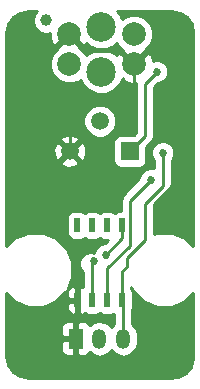
<source format=gbl>
%TF.GenerationSoftware,KiCad,Pcbnew,4.0.7-e2-6376~58~ubuntu16.04.1*%
%TF.CreationDate,2018-01-20T15:43:28+01:00*%
%TF.ProjectId,Modulo IR,4D6F64756C6F2049522E6B696361645F,1.0*%
%TF.FileFunction,Copper,L2,Bot,Signal*%
%FSLAX46Y46*%
G04 Gerber Fmt 4.6, Leading zero omitted, Abs format (unit mm)*
G04 Created by KiCad (PCBNEW 4.0.7-e2-6376~58~ubuntu16.04.1) date Sat Jan 20 15:43:28 2018*
%MOMM*%
%LPD*%
G01*
G04 APERTURE LIST*
%ADD10C,0.100000*%
%ADD11C,1.510000*%
%ADD12R,1.510000X1.510000*%
%ADD13R,1.200000X1.700000*%
%ADD14O,1.200000X1.700000*%
%ADD15R,0.508000X1.143000*%
%ADD16C,2.000000*%
%ADD17C,2.500000*%
%ADD18C,1.000000*%
%ADD19C,0.685800*%
%ADD20C,0.254000*%
G04 APERTURE END LIST*
D10*
D11*
X7112000Y-13589000D03*
D12*
X12192000Y-13589000D03*
D11*
X9652000Y-11049000D03*
D13*
X7620000Y-29464000D03*
D14*
X9620000Y-29464000D03*
X11620000Y-29464000D03*
D15*
X11557000Y-19875500D03*
X10287000Y-19875500D03*
X9017000Y-19875500D03*
X7747000Y-19875500D03*
X7747000Y-26225500D03*
X9017000Y-26225500D03*
X10287000Y-26225500D03*
X11557000Y-26225500D03*
D16*
X7029000Y-6223000D03*
X12529000Y-6223000D03*
X7029000Y-3683000D03*
X12529000Y-3683000D03*
D17*
X9779000Y-3053000D03*
X9779000Y-6853000D03*
D18*
X5129000Y-2503000D03*
D19*
X14478000Y-6858000D03*
X10160000Y-22352000D03*
X9144000Y-22860000D03*
X13970000Y-16002000D03*
X14986000Y-13716000D03*
D20*
X13462000Y-12319000D02*
X12192000Y-13589000D01*
X13462000Y-7874000D02*
X13462000Y-12319000D01*
X14478000Y-6858000D02*
X13462000Y-7874000D01*
X11557000Y-20955000D02*
X11557000Y-19875500D01*
X10160000Y-22352000D02*
X11557000Y-20955000D01*
X7620000Y-29464000D02*
X7620000Y-26352500D01*
X7620000Y-26352500D02*
X7747000Y-26225500D01*
X7029000Y-3683000D02*
X7239000Y-3683000D01*
X7239000Y-3683000D02*
X8636000Y-5080000D01*
X8636000Y-5080000D02*
X11386000Y-5080000D01*
X11386000Y-5080000D02*
X12529000Y-6223000D01*
X7112000Y-13589000D02*
X7112000Y-11176000D01*
X12525831Y-8128133D02*
X12529000Y-6223000D01*
X11684000Y-9398000D02*
X12525831Y-8128133D01*
X8382000Y-9398000D02*
X11684000Y-9398000D01*
X7112000Y-11176000D02*
X8382000Y-9398000D01*
X9017000Y-22987000D02*
X9017000Y-26225500D01*
X9144000Y-22860000D02*
X9017000Y-22987000D01*
X10287000Y-23495000D02*
X10287000Y-26225500D01*
X12192000Y-21590000D02*
X10287000Y-23495000D01*
X12192000Y-17780000D02*
X12192000Y-21590000D01*
X13970000Y-16002000D02*
X12192000Y-17780000D01*
X10160000Y-26098500D02*
X10287000Y-26225500D01*
X11557000Y-26225500D02*
X11557000Y-23749000D01*
X14986000Y-16510000D02*
X14986000Y-13716000D01*
X13462000Y-18034000D02*
X14986000Y-16510000D01*
X13462000Y-21082000D02*
X13462000Y-18034000D01*
X11938000Y-22606000D02*
X13462000Y-21082000D01*
X11938000Y-23368000D02*
X11938000Y-22606000D01*
X11557000Y-23749000D02*
X11938000Y-23368000D01*
X11620000Y-29464000D02*
X11620000Y-26288500D01*
X11620000Y-26288500D02*
X11557000Y-26225500D01*
G36*
X4167355Y-1859235D02*
X3994197Y-2276244D01*
X3993803Y-2727775D01*
X4166233Y-3145086D01*
X4485235Y-3464645D01*
X4902244Y-3637803D01*
X5353775Y-3638197D01*
X5390659Y-3622957D01*
X5407144Y-4068460D01*
X5609613Y-4557264D01*
X5876468Y-4655927D01*
X6849395Y-3683000D01*
X6835253Y-3668858D01*
X7014858Y-3489253D01*
X7029000Y-3503395D01*
X7043143Y-3489253D01*
X7222748Y-3668858D01*
X7208605Y-3683000D01*
X8181532Y-4655927D01*
X8448387Y-4557264D01*
X8494165Y-4434043D01*
X8709839Y-4650093D01*
X9402405Y-4937672D01*
X10152305Y-4938326D01*
X10845372Y-4651957D01*
X11068329Y-4429389D01*
X11142106Y-4607943D01*
X11568978Y-5035562D01*
X11556073Y-5070468D01*
X12529000Y-6043395D01*
X13501927Y-5070468D01*
X13488836Y-5035062D01*
X13914278Y-4610363D01*
X14163716Y-4009648D01*
X14164284Y-3359205D01*
X13915894Y-2758057D01*
X13456363Y-2297722D01*
X12855648Y-2048284D01*
X12205205Y-2047716D01*
X11604057Y-2296106D01*
X11534515Y-2365527D01*
X11377957Y-1986628D01*
X11117783Y-1726000D01*
X15678069Y-1726000D01*
X16442989Y-1878152D01*
X17032170Y-2271830D01*
X17425848Y-2861011D01*
X17578000Y-3625931D01*
X17578000Y-21653873D01*
X16891153Y-20965826D01*
X15739326Y-20487546D01*
X14492146Y-20486457D01*
X14224000Y-20597253D01*
X14224000Y-18095630D01*
X15524815Y-16794816D01*
X15689996Y-16547605D01*
X15691347Y-16540815D01*
X15748000Y-16256000D01*
X15748000Y-14337083D01*
X15814540Y-14270659D01*
X15963730Y-13911370D01*
X15964069Y-13522337D01*
X15815507Y-13162788D01*
X15540659Y-12887460D01*
X15181370Y-12738270D01*
X14792337Y-12737931D01*
X14432788Y-12886493D01*
X14157460Y-13161341D01*
X14008270Y-13520630D01*
X14007931Y-13909663D01*
X14156493Y-14269212D01*
X14224000Y-14336837D01*
X14224000Y-15048615D01*
X14165370Y-15024270D01*
X13776337Y-15023931D01*
X13416788Y-15172493D01*
X13141460Y-15447341D01*
X12992270Y-15806630D01*
X12992187Y-15902183D01*
X11653185Y-17241185D01*
X11488004Y-17488395D01*
X11430000Y-17780000D01*
X11430000Y-18656560D01*
X11303000Y-18656560D01*
X11067683Y-18700838D01*
X10921093Y-18795166D01*
X10792890Y-18707569D01*
X10541000Y-18656560D01*
X10033000Y-18656560D01*
X9797683Y-18700838D01*
X9651093Y-18795166D01*
X9522890Y-18707569D01*
X9271000Y-18656560D01*
X8763000Y-18656560D01*
X8527683Y-18700838D01*
X8381093Y-18795166D01*
X8252890Y-18707569D01*
X8001000Y-18656560D01*
X7493000Y-18656560D01*
X7257683Y-18700838D01*
X7041559Y-18839910D01*
X6896569Y-19052110D01*
X6845560Y-19304000D01*
X6845560Y-20447000D01*
X6889838Y-20682317D01*
X7028910Y-20898441D01*
X7241110Y-21043431D01*
X7493000Y-21094440D01*
X8001000Y-21094440D01*
X8236317Y-21050162D01*
X8382907Y-20955834D01*
X8511110Y-21043431D01*
X8763000Y-21094440D01*
X9271000Y-21094440D01*
X9506317Y-21050162D01*
X9652907Y-20955834D01*
X9781110Y-21043431D01*
X10033000Y-21094440D01*
X10339929Y-21094440D01*
X10060357Y-21374013D01*
X9966337Y-21373931D01*
X9606788Y-21522493D01*
X9331460Y-21797341D01*
X9182270Y-22156630D01*
X9182253Y-22176499D01*
X9085370Y-22136270D01*
X8696337Y-22135931D01*
X8336788Y-22284493D01*
X8061460Y-22559341D01*
X7912270Y-22918630D01*
X7911931Y-23307663D01*
X8060493Y-23667212D01*
X8255000Y-23862059D01*
X8255000Y-25071891D01*
X8127309Y-25019000D01*
X8032750Y-25019000D01*
X7874000Y-25177750D01*
X7874000Y-26098500D01*
X7894000Y-26098500D01*
X7894000Y-26352500D01*
X7874000Y-26352500D01*
X7874000Y-27273250D01*
X8032750Y-27432000D01*
X8127309Y-27432000D01*
X8360698Y-27335327D01*
X8387235Y-27308791D01*
X8511110Y-27393431D01*
X8763000Y-27444440D01*
X9271000Y-27444440D01*
X9506317Y-27400162D01*
X9652907Y-27305834D01*
X9781110Y-27393431D01*
X10033000Y-27444440D01*
X10541000Y-27444440D01*
X10776317Y-27400162D01*
X10858000Y-27347600D01*
X10858000Y-28237277D01*
X10746723Y-28311630D01*
X10620000Y-28501285D01*
X10493277Y-28311630D01*
X10092614Y-28043916D01*
X9620000Y-27949907D01*
X9147386Y-28043916D01*
X8774410Y-28293130D01*
X8758327Y-28254301D01*
X8579698Y-28075673D01*
X8346309Y-27979000D01*
X7905750Y-27979000D01*
X7747000Y-28137750D01*
X7747000Y-29337000D01*
X7767000Y-29337000D01*
X7767000Y-29591000D01*
X7747000Y-29591000D01*
X7747000Y-30790250D01*
X7905750Y-30949000D01*
X8346309Y-30949000D01*
X8579698Y-30852327D01*
X8758327Y-30673699D01*
X8774410Y-30634870D01*
X9147386Y-30884084D01*
X9620000Y-30978093D01*
X10092614Y-30884084D01*
X10493277Y-30616370D01*
X10620000Y-30426715D01*
X10746723Y-30616370D01*
X11147386Y-30884084D01*
X11620000Y-30978093D01*
X12092614Y-30884084D01*
X12493277Y-30616370D01*
X12760991Y-30215707D01*
X12855000Y-29743093D01*
X12855000Y-29184907D01*
X12760991Y-28712293D01*
X12493277Y-28311630D01*
X12382000Y-28237277D01*
X12382000Y-27086110D01*
X12407431Y-27048890D01*
X12458440Y-26797000D01*
X12458440Y-25654000D01*
X12414162Y-25418683D01*
X12319000Y-25270797D01*
X12319000Y-25069451D01*
X12453727Y-25395515D01*
X13334847Y-26278174D01*
X14486674Y-26756454D01*
X15733854Y-26757543D01*
X16886515Y-26281273D01*
X17578000Y-25590994D01*
X17578000Y-31136138D01*
X17359531Y-31852478D01*
X16906038Y-32403382D01*
X16276246Y-32738805D01*
X15459656Y-32818000D01*
X3625931Y-32818000D01*
X2861011Y-32665848D01*
X2271830Y-32272170D01*
X1878152Y-31682989D01*
X1726000Y-30918069D01*
X1726000Y-29749750D01*
X6385000Y-29749750D01*
X6385000Y-30440310D01*
X6481673Y-30673699D01*
X6660302Y-30852327D01*
X6893691Y-30949000D01*
X7334250Y-30949000D01*
X7493000Y-30790250D01*
X7493000Y-29591000D01*
X6543750Y-29591000D01*
X6385000Y-29749750D01*
X1726000Y-29749750D01*
X1726000Y-28487690D01*
X6385000Y-28487690D01*
X6385000Y-29178250D01*
X6543750Y-29337000D01*
X7493000Y-29337000D01*
X7493000Y-28137750D01*
X7334250Y-27979000D01*
X6893691Y-27979000D01*
X6660302Y-28075673D01*
X6481673Y-28254301D01*
X6385000Y-28487690D01*
X1726000Y-28487690D01*
X1726000Y-25590127D01*
X2412847Y-26278174D01*
X3564674Y-26756454D01*
X4811854Y-26757543D01*
X5407928Y-26511250D01*
X6858000Y-26511250D01*
X6858000Y-26923310D01*
X6954673Y-27156699D01*
X7133302Y-27335327D01*
X7366691Y-27432000D01*
X7461250Y-27432000D01*
X7620000Y-27273250D01*
X7620000Y-26352500D01*
X7016750Y-26352500D01*
X6858000Y-26511250D01*
X5407928Y-26511250D01*
X5964515Y-26281273D01*
X6719414Y-25527690D01*
X6858000Y-25527690D01*
X6858000Y-25939750D01*
X7016750Y-26098500D01*
X7620000Y-26098500D01*
X7620000Y-25177750D01*
X7461250Y-25019000D01*
X7366691Y-25019000D01*
X7133302Y-25115673D01*
X6954673Y-25294301D01*
X6858000Y-25527690D01*
X6719414Y-25527690D01*
X6847174Y-25400153D01*
X7325454Y-24248326D01*
X7326543Y-23001146D01*
X6850273Y-21848485D01*
X5969153Y-20965826D01*
X4817326Y-20487546D01*
X3570146Y-20486457D01*
X2417485Y-20962727D01*
X1726000Y-21653006D01*
X1726000Y-14564141D01*
X6316465Y-14564141D01*
X6385068Y-14805601D01*
X6905976Y-14991177D01*
X7458249Y-14963285D01*
X7838932Y-14805601D01*
X7907535Y-14564141D01*
X7112000Y-13768605D01*
X6316465Y-14564141D01*
X1726000Y-14564141D01*
X1726000Y-13382976D01*
X5709823Y-13382976D01*
X5737715Y-13935249D01*
X5895399Y-14315932D01*
X6136859Y-14384535D01*
X6932395Y-13589000D01*
X7291605Y-13589000D01*
X8087141Y-14384535D01*
X8328601Y-14315932D01*
X8514177Y-13795024D01*
X8486285Y-13242751D01*
X8328601Y-12862068D01*
X8087141Y-12793465D01*
X7291605Y-13589000D01*
X6932395Y-13589000D01*
X6136859Y-12793465D01*
X5895399Y-12862068D01*
X5709823Y-13382976D01*
X1726000Y-13382976D01*
X1726000Y-12613859D01*
X6316465Y-12613859D01*
X7112000Y-13409395D01*
X7907535Y-12613859D01*
X7838932Y-12372399D01*
X7318024Y-12186823D01*
X6765751Y-12214715D01*
X6385068Y-12372399D01*
X6316465Y-12613859D01*
X1726000Y-12613859D01*
X1726000Y-11324275D01*
X8261759Y-11324275D01*
X8472928Y-11835343D01*
X8863600Y-12226698D01*
X9374299Y-12438758D01*
X9927275Y-12439241D01*
X10438343Y-12228072D01*
X10829698Y-11837400D01*
X11041758Y-11326701D01*
X11042241Y-10773725D01*
X10831072Y-10262657D01*
X10440400Y-9871302D01*
X9929701Y-9659242D01*
X9376725Y-9658759D01*
X8865657Y-9869928D01*
X8474302Y-10260600D01*
X8262242Y-10771299D01*
X8261759Y-11324275D01*
X1726000Y-11324275D01*
X1726000Y-6546795D01*
X5393716Y-6546795D01*
X5642106Y-7147943D01*
X6101637Y-7608278D01*
X6702352Y-7857716D01*
X7352795Y-7858284D01*
X7953943Y-7609894D01*
X8023485Y-7540473D01*
X8180043Y-7919372D01*
X8709839Y-8450093D01*
X9402405Y-8737672D01*
X10152305Y-8738326D01*
X10845372Y-8451957D01*
X11376093Y-7922161D01*
X11578211Y-7435408D01*
X11654736Y-7642387D01*
X12264461Y-7868908D01*
X12704250Y-7852634D01*
X12700000Y-7874000D01*
X12700000Y-12003369D01*
X12516809Y-12186560D01*
X11437000Y-12186560D01*
X11201683Y-12230838D01*
X10985559Y-12369910D01*
X10840569Y-12582110D01*
X10789560Y-12834000D01*
X10789560Y-14344000D01*
X10833838Y-14579317D01*
X10972910Y-14795441D01*
X11185110Y-14940431D01*
X11437000Y-14991440D01*
X12947000Y-14991440D01*
X13182317Y-14947162D01*
X13398441Y-14808090D01*
X13543431Y-14595890D01*
X13594440Y-14344000D01*
X13594440Y-13264191D01*
X14000815Y-12857816D01*
X14165996Y-12610605D01*
X14171664Y-12582110D01*
X14224000Y-12319000D01*
X14224000Y-8189630D01*
X14577643Y-7835987D01*
X14671663Y-7836069D01*
X15031212Y-7687507D01*
X15306540Y-7412659D01*
X15455730Y-7053370D01*
X15456069Y-6664337D01*
X15307507Y-6304788D01*
X15032659Y-6029460D01*
X14673370Y-5880270D01*
X14284337Y-5879931D01*
X14154411Y-5933615D01*
X14150856Y-5837540D01*
X13948387Y-5348736D01*
X13681532Y-5250073D01*
X12708605Y-6223000D01*
X12722748Y-6237143D01*
X12543143Y-6416748D01*
X12529000Y-6402605D01*
X12514858Y-6416748D01*
X12335253Y-6237143D01*
X12349395Y-6223000D01*
X11376468Y-5250073D01*
X11109613Y-5348736D01*
X11063835Y-5471957D01*
X10848161Y-5255907D01*
X10155595Y-4968328D01*
X9405695Y-4967674D01*
X8712628Y-5254043D01*
X8489671Y-5476611D01*
X8415894Y-5298057D01*
X7989022Y-4870438D01*
X8001927Y-4835532D01*
X7029000Y-3862605D01*
X6056073Y-4835532D01*
X6069164Y-4870938D01*
X5643722Y-5295637D01*
X5394284Y-5896352D01*
X5393716Y-6546795D01*
X1726000Y-6546795D01*
X1726000Y-3625931D01*
X1878152Y-2861011D01*
X2271830Y-2271830D01*
X2861011Y-1878152D01*
X3625931Y-1726000D01*
X4300823Y-1726000D01*
X4167355Y-1859235D01*
X4167355Y-1859235D01*
G37*
X4167355Y-1859235D02*
X3994197Y-2276244D01*
X3993803Y-2727775D01*
X4166233Y-3145086D01*
X4485235Y-3464645D01*
X4902244Y-3637803D01*
X5353775Y-3638197D01*
X5390659Y-3622957D01*
X5407144Y-4068460D01*
X5609613Y-4557264D01*
X5876468Y-4655927D01*
X6849395Y-3683000D01*
X6835253Y-3668858D01*
X7014858Y-3489253D01*
X7029000Y-3503395D01*
X7043143Y-3489253D01*
X7222748Y-3668858D01*
X7208605Y-3683000D01*
X8181532Y-4655927D01*
X8448387Y-4557264D01*
X8494165Y-4434043D01*
X8709839Y-4650093D01*
X9402405Y-4937672D01*
X10152305Y-4938326D01*
X10845372Y-4651957D01*
X11068329Y-4429389D01*
X11142106Y-4607943D01*
X11568978Y-5035562D01*
X11556073Y-5070468D01*
X12529000Y-6043395D01*
X13501927Y-5070468D01*
X13488836Y-5035062D01*
X13914278Y-4610363D01*
X14163716Y-4009648D01*
X14164284Y-3359205D01*
X13915894Y-2758057D01*
X13456363Y-2297722D01*
X12855648Y-2048284D01*
X12205205Y-2047716D01*
X11604057Y-2296106D01*
X11534515Y-2365527D01*
X11377957Y-1986628D01*
X11117783Y-1726000D01*
X15678069Y-1726000D01*
X16442989Y-1878152D01*
X17032170Y-2271830D01*
X17425848Y-2861011D01*
X17578000Y-3625931D01*
X17578000Y-21653873D01*
X16891153Y-20965826D01*
X15739326Y-20487546D01*
X14492146Y-20486457D01*
X14224000Y-20597253D01*
X14224000Y-18095630D01*
X15524815Y-16794816D01*
X15689996Y-16547605D01*
X15691347Y-16540815D01*
X15748000Y-16256000D01*
X15748000Y-14337083D01*
X15814540Y-14270659D01*
X15963730Y-13911370D01*
X15964069Y-13522337D01*
X15815507Y-13162788D01*
X15540659Y-12887460D01*
X15181370Y-12738270D01*
X14792337Y-12737931D01*
X14432788Y-12886493D01*
X14157460Y-13161341D01*
X14008270Y-13520630D01*
X14007931Y-13909663D01*
X14156493Y-14269212D01*
X14224000Y-14336837D01*
X14224000Y-15048615D01*
X14165370Y-15024270D01*
X13776337Y-15023931D01*
X13416788Y-15172493D01*
X13141460Y-15447341D01*
X12992270Y-15806630D01*
X12992187Y-15902183D01*
X11653185Y-17241185D01*
X11488004Y-17488395D01*
X11430000Y-17780000D01*
X11430000Y-18656560D01*
X11303000Y-18656560D01*
X11067683Y-18700838D01*
X10921093Y-18795166D01*
X10792890Y-18707569D01*
X10541000Y-18656560D01*
X10033000Y-18656560D01*
X9797683Y-18700838D01*
X9651093Y-18795166D01*
X9522890Y-18707569D01*
X9271000Y-18656560D01*
X8763000Y-18656560D01*
X8527683Y-18700838D01*
X8381093Y-18795166D01*
X8252890Y-18707569D01*
X8001000Y-18656560D01*
X7493000Y-18656560D01*
X7257683Y-18700838D01*
X7041559Y-18839910D01*
X6896569Y-19052110D01*
X6845560Y-19304000D01*
X6845560Y-20447000D01*
X6889838Y-20682317D01*
X7028910Y-20898441D01*
X7241110Y-21043431D01*
X7493000Y-21094440D01*
X8001000Y-21094440D01*
X8236317Y-21050162D01*
X8382907Y-20955834D01*
X8511110Y-21043431D01*
X8763000Y-21094440D01*
X9271000Y-21094440D01*
X9506317Y-21050162D01*
X9652907Y-20955834D01*
X9781110Y-21043431D01*
X10033000Y-21094440D01*
X10339929Y-21094440D01*
X10060357Y-21374013D01*
X9966337Y-21373931D01*
X9606788Y-21522493D01*
X9331460Y-21797341D01*
X9182270Y-22156630D01*
X9182253Y-22176499D01*
X9085370Y-22136270D01*
X8696337Y-22135931D01*
X8336788Y-22284493D01*
X8061460Y-22559341D01*
X7912270Y-22918630D01*
X7911931Y-23307663D01*
X8060493Y-23667212D01*
X8255000Y-23862059D01*
X8255000Y-25071891D01*
X8127309Y-25019000D01*
X8032750Y-25019000D01*
X7874000Y-25177750D01*
X7874000Y-26098500D01*
X7894000Y-26098500D01*
X7894000Y-26352500D01*
X7874000Y-26352500D01*
X7874000Y-27273250D01*
X8032750Y-27432000D01*
X8127309Y-27432000D01*
X8360698Y-27335327D01*
X8387235Y-27308791D01*
X8511110Y-27393431D01*
X8763000Y-27444440D01*
X9271000Y-27444440D01*
X9506317Y-27400162D01*
X9652907Y-27305834D01*
X9781110Y-27393431D01*
X10033000Y-27444440D01*
X10541000Y-27444440D01*
X10776317Y-27400162D01*
X10858000Y-27347600D01*
X10858000Y-28237277D01*
X10746723Y-28311630D01*
X10620000Y-28501285D01*
X10493277Y-28311630D01*
X10092614Y-28043916D01*
X9620000Y-27949907D01*
X9147386Y-28043916D01*
X8774410Y-28293130D01*
X8758327Y-28254301D01*
X8579698Y-28075673D01*
X8346309Y-27979000D01*
X7905750Y-27979000D01*
X7747000Y-28137750D01*
X7747000Y-29337000D01*
X7767000Y-29337000D01*
X7767000Y-29591000D01*
X7747000Y-29591000D01*
X7747000Y-30790250D01*
X7905750Y-30949000D01*
X8346309Y-30949000D01*
X8579698Y-30852327D01*
X8758327Y-30673699D01*
X8774410Y-30634870D01*
X9147386Y-30884084D01*
X9620000Y-30978093D01*
X10092614Y-30884084D01*
X10493277Y-30616370D01*
X10620000Y-30426715D01*
X10746723Y-30616370D01*
X11147386Y-30884084D01*
X11620000Y-30978093D01*
X12092614Y-30884084D01*
X12493277Y-30616370D01*
X12760991Y-30215707D01*
X12855000Y-29743093D01*
X12855000Y-29184907D01*
X12760991Y-28712293D01*
X12493277Y-28311630D01*
X12382000Y-28237277D01*
X12382000Y-27086110D01*
X12407431Y-27048890D01*
X12458440Y-26797000D01*
X12458440Y-25654000D01*
X12414162Y-25418683D01*
X12319000Y-25270797D01*
X12319000Y-25069451D01*
X12453727Y-25395515D01*
X13334847Y-26278174D01*
X14486674Y-26756454D01*
X15733854Y-26757543D01*
X16886515Y-26281273D01*
X17578000Y-25590994D01*
X17578000Y-31136138D01*
X17359531Y-31852478D01*
X16906038Y-32403382D01*
X16276246Y-32738805D01*
X15459656Y-32818000D01*
X3625931Y-32818000D01*
X2861011Y-32665848D01*
X2271830Y-32272170D01*
X1878152Y-31682989D01*
X1726000Y-30918069D01*
X1726000Y-29749750D01*
X6385000Y-29749750D01*
X6385000Y-30440310D01*
X6481673Y-30673699D01*
X6660302Y-30852327D01*
X6893691Y-30949000D01*
X7334250Y-30949000D01*
X7493000Y-30790250D01*
X7493000Y-29591000D01*
X6543750Y-29591000D01*
X6385000Y-29749750D01*
X1726000Y-29749750D01*
X1726000Y-28487690D01*
X6385000Y-28487690D01*
X6385000Y-29178250D01*
X6543750Y-29337000D01*
X7493000Y-29337000D01*
X7493000Y-28137750D01*
X7334250Y-27979000D01*
X6893691Y-27979000D01*
X6660302Y-28075673D01*
X6481673Y-28254301D01*
X6385000Y-28487690D01*
X1726000Y-28487690D01*
X1726000Y-25590127D01*
X2412847Y-26278174D01*
X3564674Y-26756454D01*
X4811854Y-26757543D01*
X5407928Y-26511250D01*
X6858000Y-26511250D01*
X6858000Y-26923310D01*
X6954673Y-27156699D01*
X7133302Y-27335327D01*
X7366691Y-27432000D01*
X7461250Y-27432000D01*
X7620000Y-27273250D01*
X7620000Y-26352500D01*
X7016750Y-26352500D01*
X6858000Y-26511250D01*
X5407928Y-26511250D01*
X5964515Y-26281273D01*
X6719414Y-25527690D01*
X6858000Y-25527690D01*
X6858000Y-25939750D01*
X7016750Y-26098500D01*
X7620000Y-26098500D01*
X7620000Y-25177750D01*
X7461250Y-25019000D01*
X7366691Y-25019000D01*
X7133302Y-25115673D01*
X6954673Y-25294301D01*
X6858000Y-25527690D01*
X6719414Y-25527690D01*
X6847174Y-25400153D01*
X7325454Y-24248326D01*
X7326543Y-23001146D01*
X6850273Y-21848485D01*
X5969153Y-20965826D01*
X4817326Y-20487546D01*
X3570146Y-20486457D01*
X2417485Y-20962727D01*
X1726000Y-21653006D01*
X1726000Y-14564141D01*
X6316465Y-14564141D01*
X6385068Y-14805601D01*
X6905976Y-14991177D01*
X7458249Y-14963285D01*
X7838932Y-14805601D01*
X7907535Y-14564141D01*
X7112000Y-13768605D01*
X6316465Y-14564141D01*
X1726000Y-14564141D01*
X1726000Y-13382976D01*
X5709823Y-13382976D01*
X5737715Y-13935249D01*
X5895399Y-14315932D01*
X6136859Y-14384535D01*
X6932395Y-13589000D01*
X7291605Y-13589000D01*
X8087141Y-14384535D01*
X8328601Y-14315932D01*
X8514177Y-13795024D01*
X8486285Y-13242751D01*
X8328601Y-12862068D01*
X8087141Y-12793465D01*
X7291605Y-13589000D01*
X6932395Y-13589000D01*
X6136859Y-12793465D01*
X5895399Y-12862068D01*
X5709823Y-13382976D01*
X1726000Y-13382976D01*
X1726000Y-12613859D01*
X6316465Y-12613859D01*
X7112000Y-13409395D01*
X7907535Y-12613859D01*
X7838932Y-12372399D01*
X7318024Y-12186823D01*
X6765751Y-12214715D01*
X6385068Y-12372399D01*
X6316465Y-12613859D01*
X1726000Y-12613859D01*
X1726000Y-11324275D01*
X8261759Y-11324275D01*
X8472928Y-11835343D01*
X8863600Y-12226698D01*
X9374299Y-12438758D01*
X9927275Y-12439241D01*
X10438343Y-12228072D01*
X10829698Y-11837400D01*
X11041758Y-11326701D01*
X11042241Y-10773725D01*
X10831072Y-10262657D01*
X10440400Y-9871302D01*
X9929701Y-9659242D01*
X9376725Y-9658759D01*
X8865657Y-9869928D01*
X8474302Y-10260600D01*
X8262242Y-10771299D01*
X8261759Y-11324275D01*
X1726000Y-11324275D01*
X1726000Y-6546795D01*
X5393716Y-6546795D01*
X5642106Y-7147943D01*
X6101637Y-7608278D01*
X6702352Y-7857716D01*
X7352795Y-7858284D01*
X7953943Y-7609894D01*
X8023485Y-7540473D01*
X8180043Y-7919372D01*
X8709839Y-8450093D01*
X9402405Y-8737672D01*
X10152305Y-8738326D01*
X10845372Y-8451957D01*
X11376093Y-7922161D01*
X11578211Y-7435408D01*
X11654736Y-7642387D01*
X12264461Y-7868908D01*
X12704250Y-7852634D01*
X12700000Y-7874000D01*
X12700000Y-12003369D01*
X12516809Y-12186560D01*
X11437000Y-12186560D01*
X11201683Y-12230838D01*
X10985559Y-12369910D01*
X10840569Y-12582110D01*
X10789560Y-12834000D01*
X10789560Y-14344000D01*
X10833838Y-14579317D01*
X10972910Y-14795441D01*
X11185110Y-14940431D01*
X11437000Y-14991440D01*
X12947000Y-14991440D01*
X13182317Y-14947162D01*
X13398441Y-14808090D01*
X13543431Y-14595890D01*
X13594440Y-14344000D01*
X13594440Y-13264191D01*
X14000815Y-12857816D01*
X14165996Y-12610605D01*
X14171664Y-12582110D01*
X14224000Y-12319000D01*
X14224000Y-8189630D01*
X14577643Y-7835987D01*
X14671663Y-7836069D01*
X15031212Y-7687507D01*
X15306540Y-7412659D01*
X15455730Y-7053370D01*
X15456069Y-6664337D01*
X15307507Y-6304788D01*
X15032659Y-6029460D01*
X14673370Y-5880270D01*
X14284337Y-5879931D01*
X14154411Y-5933615D01*
X14150856Y-5837540D01*
X13948387Y-5348736D01*
X13681532Y-5250073D01*
X12708605Y-6223000D01*
X12722748Y-6237143D01*
X12543143Y-6416748D01*
X12529000Y-6402605D01*
X12514858Y-6416748D01*
X12335253Y-6237143D01*
X12349395Y-6223000D01*
X11376468Y-5250073D01*
X11109613Y-5348736D01*
X11063835Y-5471957D01*
X10848161Y-5255907D01*
X10155595Y-4968328D01*
X9405695Y-4967674D01*
X8712628Y-5254043D01*
X8489671Y-5476611D01*
X8415894Y-5298057D01*
X7989022Y-4870438D01*
X8001927Y-4835532D01*
X7029000Y-3862605D01*
X6056073Y-4835532D01*
X6069164Y-4870938D01*
X5643722Y-5295637D01*
X5394284Y-5896352D01*
X5393716Y-6546795D01*
X1726000Y-6546795D01*
X1726000Y-3625931D01*
X1878152Y-2861011D01*
X2271830Y-2271830D01*
X2861011Y-1878152D01*
X3625931Y-1726000D01*
X4300823Y-1726000D01*
X4167355Y-1859235D01*
M02*

</source>
